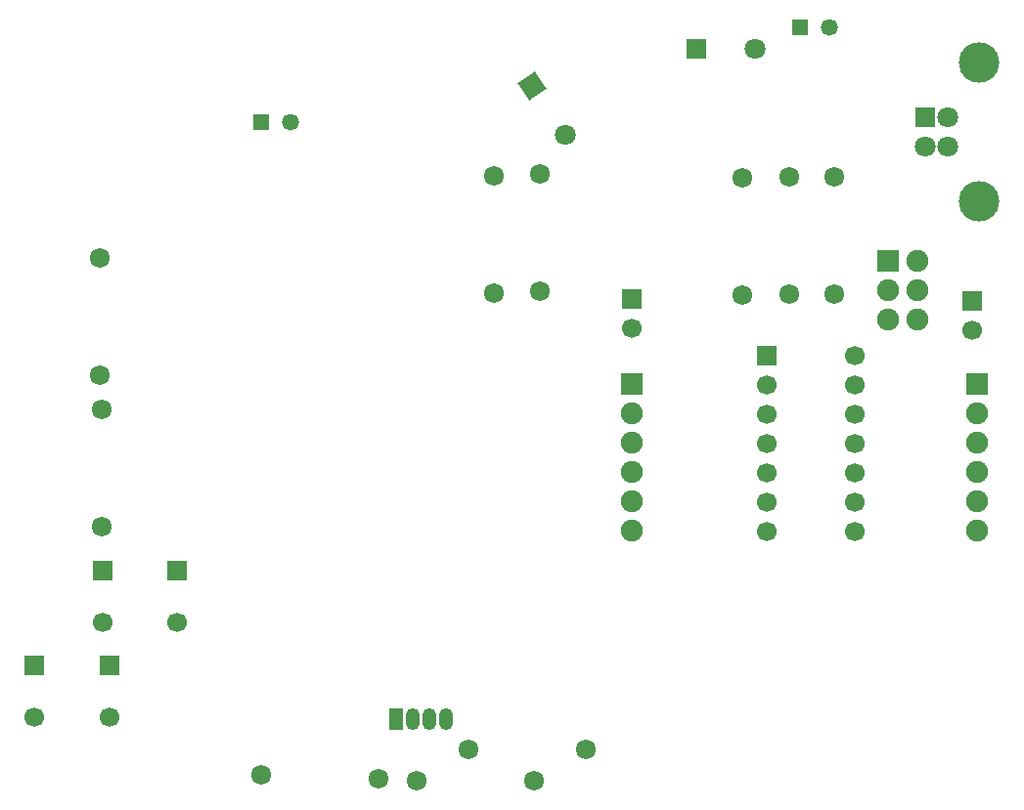
<source format=gbr>
G04 DipTrace 3.3.1.2*
G04 BottomMask.gbr*
%MOIN*%
G04 #@! TF.FileFunction,Soldermask,Bot*
G04 #@! TF.Part,Single*
%AMOUTLINE1*
4,1,4,
-0.009543,-0.049193,
-0.049193,0.009543,
0.009543,0.049193,
0.049193,-0.009543,
-0.009543,-0.049193,
0*%
%ADD25R,0.066929X0.066929*%
%ADD26C,0.066929*%
%ADD53C,0.066929*%
%ADD57C,0.067874*%
%ADD59C,0.067874*%
%ADD61C,0.137795*%
%ADD63C,0.070866*%
%ADD65C,0.074803*%
%ADD66R,0.074803X0.074803*%
%ADD69R,0.049213X0.074803*%
%ADD71O,0.049213X0.074803*%
%ADD73R,0.057874X0.057874*%
%ADD75C,0.057874*%
%ADD77R,0.070866X0.070866*%
%ADD79C,0.070866*%
%ADD91OUTLINE1*%
%FSLAX26Y26*%
G04*
G70*
G90*
G75*
G01*
G04 BotMask*
%LPD*%
D79*
X2355836Y2656566D3*
D91*
X2243938Y2822332D3*
D79*
X3002664Y2948499D3*
D77*
X2802664D3*
D75*
X3254762Y3022056D3*
D73*
X3154762D3*
D75*
X1419734Y2698675D3*
D73*
X1319734D3*
D71*
X1949848Y662407D3*
X1837348D3*
D69*
X1781098D3*
D71*
X1893598D3*
D25*
X2583402Y2095776D3*
D26*
Y1995776D3*
D25*
X3742146Y2089612D3*
D26*
Y1989612D3*
D66*
X3759280Y1804381D3*
D65*
Y1704381D3*
Y1604381D3*
Y1504381D3*
Y1404381D3*
Y1304381D3*
D66*
X2582381Y1806908D3*
D65*
Y1706908D3*
Y1606908D3*
Y1506908D3*
Y1406908D3*
Y1306908D3*
D77*
X3581458Y2714181D3*
D63*
Y2615756D3*
X3660198D3*
Y2714181D3*
D61*
X3766891Y2427961D3*
Y2901976D3*
D66*
X3456005Y2227013D3*
D65*
X3556005D3*
X3456005Y2127013D3*
X3556005D3*
X3456005Y2027013D3*
X3556005D3*
D59*
X2268697Y2121283D3*
D57*
Y2521283D3*
D59*
X2111915Y2116972D3*
D57*
Y2516972D3*
D59*
X768646Y2235462D3*
D57*
Y1835462D3*
D59*
X776289Y1720699D3*
D57*
Y1320699D3*
D59*
X2958630Y2110008D3*
D57*
Y2510008D3*
D59*
X3118954Y2511514D3*
D57*
Y2111514D3*
D59*
X3273685Y2510887D3*
D57*
Y2110887D3*
D59*
X2024916Y558417D3*
D57*
X2424916D3*
D59*
X1849934Y452178D3*
D57*
X2249934D3*
D59*
X1318740Y470927D3*
D57*
X1718525Y457793D3*
D25*
X778230Y1170126D3*
D53*
Y992961D3*
X1034135D3*
D25*
Y1170126D3*
X546215Y846797D3*
D53*
Y669631D3*
X802121D3*
D25*
Y846797D3*
X3043559Y1902026D3*
D26*
Y1802026D3*
Y1702026D3*
Y1602026D3*
Y1502026D3*
Y1402026D3*
Y1302026D3*
X3343559D3*
Y1402026D3*
Y1502026D3*
Y1602026D3*
Y1702026D3*
Y1802026D3*
Y1902026D3*
M02*

</source>
